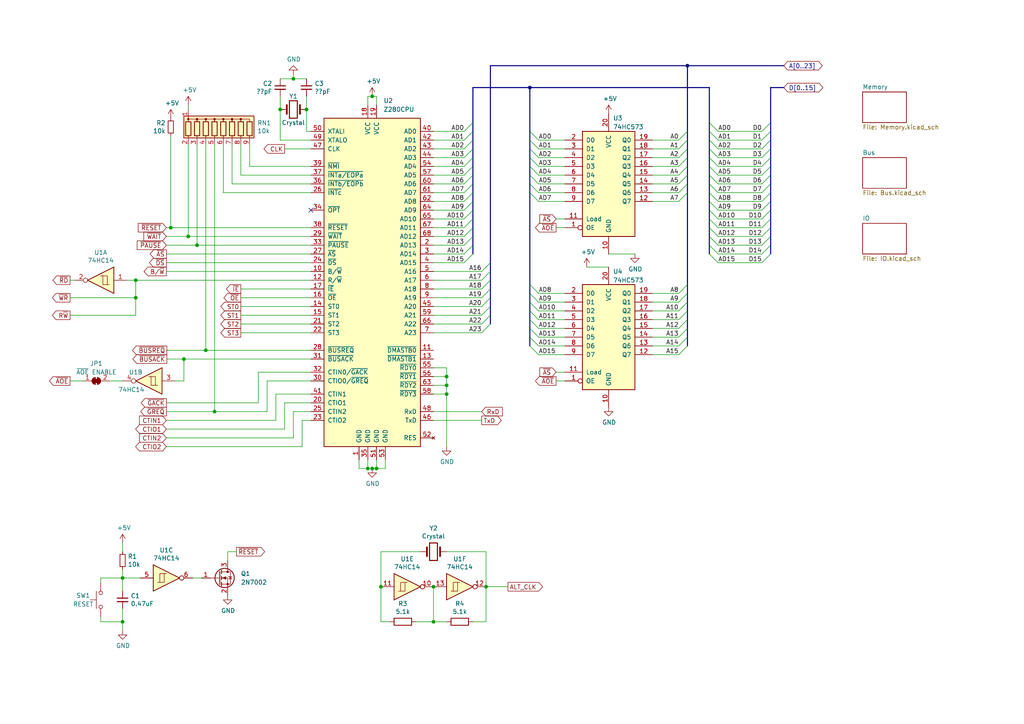
<source format=kicad_sch>
(kicad_sch (version 20211123) (generator eeschema)
  (paper "A4")
  (lib_symbols
    (symbol "74xx:74HC14" (pin_names (offset 1.016))
      (property "Reference" "U" (at 0 1.27 0))
      (property "Value" "74HC14" (at 0 -1.27 0))
      (symbol "74HC14_1_0"
        (pin input line (at -7.62 0 0) (length 3.81) (name "~") (number "1"))
        (pin output inverted (at 7.62 0 180) (length 3.81) (name "~") (number "2"))
      )
      (symbol "74HC14_2_0"
        (pin input line (at -7.62 0 0) (length 3.81) (name "~") (number "3"))
        (pin output inverted (at 7.62 0 180) (length 3.81) (name "~") (number "4"))
      )
      (symbol "74HC14_3_0"
        (pin input line (at -7.62 0 0) (length 3.81) (name "~") (number "5"))
        (pin output inverted (at 7.62 0 180) (length 3.81) (name "~") (number "6"))
      )
      (symbol "74HC14_4_0"
        (pin output inverted (at 7.62 0 180) (length 3.81) (name "~") (number "8"))
        (pin input line (at -7.62 0 0) (length 3.81) (name "~") (number "9"))
      )
      (symbol "74HC14_5_0"
        (pin output inverted (at 7.62 0 180) (length 3.81) (name "~") (number "10"))
        (pin input line (at -7.62 0 0) (length 3.81) (name "~") (number "11"))
      )
      (symbol "74HC14_6_0"
        (pin output inverted (at 7.62 0 180) (length 3.81) (name "~") (number "12"))
        (pin input line (at -7.62 0 0) (length 3.81) (name "~") (number "13"))
      )
      (symbol "74HC14_7_0"
        (pin power_in line (at 0 12.7 270) (length 5.08) (name "VCC") (number "14"))
        (pin power_in line (at 0 -12.7 90) (length 5.08) (name "GND") (number "7"))
      )
    )
    (symbol "74xx:74LS573" (pin_names (offset 1.016))
      (property "Reference" "U" (at -7.62 16.51 0))
      (property "Value" "74LS573" (at -7.62 -16.51 0))
      (symbol "74LS573_1_0"
        (pin input inverted (at -12.7 -12.7 0) (length 5.08) (name "OE") (number "1"))
        (pin power_in line (at 0 -20.32 90) (length 5.08) (name "GND") (number "10"))
        (pin input line (at -12.7 -10.16 0) (length 5.08) (name "Load") (number "11"))
        (pin tri_state line (at 12.7 -5.08 180) (length 5.08) (name "Q7") (number "12"))
        (pin tri_state line (at 12.7 -2.54 180) (length 5.08) (name "Q6") (number "13"))
        (pin tri_state line (at 12.7 0 180) (length 5.08) (name "Q5") (number "14"))
        (pin tri_state line (at 12.7 2.54 180) (length 5.08) (name "Q4") (number "15"))
        (pin tri_state line (at 12.7 5.08 180) (length 5.08) (name "Q3") (number "16"))
        (pin tri_state line (at 12.7 7.62 180) (length 5.08) (name "Q2") (number "17"))
        (pin tri_state line (at 12.7 10.16 180) (length 5.08) (name "Q1") (number "18"))
        (pin tri_state line (at 12.7 12.7 180) (length 5.08) (name "Q0") (number "19"))
        (pin input line (at -12.7 12.7 0) (length 5.08) (name "D0") (number "2"))
        (pin power_in line (at 0 20.32 270) (length 5.08) (name "VCC") (number "20"))
        (pin input line (at -12.7 10.16 0) (length 5.08) (name "D1") (number "3"))
        (pin input line (at -12.7 7.62 0) (length 5.08) (name "D2") (number "4"))
        (pin input line (at -12.7 5.08 0) (length 5.08) (name "D3") (number "5"))
        (pin input line (at -12.7 2.54 0) (length 5.08) (name "D4") (number "6"))
        (pin input line (at -12.7 0 0) (length 5.08) (name "D5") (number "7"))
        (pin input line (at -12.7 -2.54 0) (length 5.08) (name "D6") (number "8"))
        (pin input line (at -12.7 -5.08 0) (length 5.08) (name "D7") (number "9"))
      )
    )
    (symbol "Device:C_Small" (pin_numbers hide) (pin_names (offset 0.254) hide)
      (property "Reference" "C" (at 0.254 1.778 0))
      (property "Value" "C_Small" (at 0.254 -2.032 0))
      (symbol "C_Small_1_1"
        (pin passive line (at 0 2.54 270) (length 2.032) (name "~") (number "1"))
        (pin passive line (at 0 -2.54 90) (length 2.032) (name "~") (number "2"))
      )
    )
    (symbol "Device:Crystal" (pin_numbers hide) (pin_names (offset 1.016) hide)
      (property "Reference" "Y" (at 0 3.81 0))
      (property "Value" "Crystal" (at 0 -3.81 0))
      (symbol "Crystal_1_1"
        (pin passive line (at -3.81 0 0) (length 1.27) (name "1") (number "1"))
        (pin passive line (at 3.81 0 180) (length 1.27) (name "2") (number "2"))
      )
    )
    (symbol "Device:R" (pin_numbers hide) (pin_names (offset 0))
      (property "Reference" "R" (at 2.032 0 90))
      (property "Value" "R" (at 0 0 90))
      (symbol "R_1_1"
        (pin passive line (at 0 3.81 270) (length 1.27) (name "~") (number "1"))
        (pin passive line (at 0 -3.81 90) (length 1.27) (name "~") (number "2"))
      )
    )
    (symbol "Device:R_Network08" (pin_names (offset 0) hide)
      (property "Reference" "RN" (at -12.7 0 90))
      (property "Value" "R_Network08" (at 10.16 0 90))
      (symbol "R_Network08_1_1"
        (pin passive line (at -10.16 5.08 270) (length 2.54) (name "common") (number "1"))
        (pin passive line (at -10.16 -5.08 90) (length 1.27) (name "R1") (number "2"))
        (pin passive line (at -7.62 -5.08 90) (length 1.27) (name "R2") (number "3"))
        (pin passive line (at -5.08 -5.08 90) (length 1.27) (name "R3") (number "4"))
        (pin passive line (at -2.54 -5.08 90) (length 1.27) (name "R4") (number "5"))
        (pin passive line (at 0 -5.08 90) (length 1.27) (name "R5") (number "6"))
        (pin passive line (at 2.54 -5.08 90) (length 1.27) (name "R6") (number "7"))
        (pin passive line (at 5.08 -5.08 90) (length 1.27) (name "R7") (number "8"))
        (pin passive line (at 7.62 -5.08 90) (length 1.27) (name "R8") (number "9"))
      )
    )
    (symbol "Device:R_Small" (pin_numbers hide) (pin_names (offset 0.254) hide)
      (property "Reference" "R" (at 0.762 0.508 0))
      (property "Value" "R_Small" (at 0.762 -1.016 0))
      (symbol "R_Small_1_1"
        (pin passive line (at 0 2.54 270) (length 0.762) (name "~") (number "1"))
        (pin passive line (at 0 -2.54 90) (length 0.762) (name "~") (number "2"))
      )
    )
    (symbol "Jumper:SolderJumper_2_Bridged" (pin_names (offset 0) hide)
      (property "Reference" "JP" (at 0 2.032 0))
      (property "Value" "SolderJumper_2_Bridged" (at 0 -2.54 0))
      (symbol "SolderJumper_2_Bridged_1_1"
        (pin passive line (at -3.81 0 0) (length 2.54) (name "A") (number "1"))
        (pin passive line (at 3.81 0 180) (length 2.54) (name "B") (number "2"))
      )
    )
    (symbol "Switch:SW_Push" (pin_numbers hide) (pin_names (offset 1.016) hide)
      (property "Reference" "SW" (at 1.27 2.54 0))
      (property "Value" "SW_Push" (at 0 -1.524 0))
      (symbol "SW_Push_0_1"
        (pin passive line (at -5.08 0 0) (length 2.54) (name "1") (number "1"))
        (pin passive line (at 5.08 0 180) (length 2.54) (name "2") (number "2"))
      )
    )
    (symbol "Transistor_FET:2N7002" (pin_names hide)
      (property "Reference" "Q" (at 5.08 1.905 0))
      (property "Value" "2N7002" (at 5.08 0 0))
      (symbol "2N7002_1_1"
        (pin input line (at -5.08 0 0) (length 2.54) (name "G") (number "1"))
        (pin passive line (at 2.54 -5.08 90) (length 2.54) (name "S") (number "2"))
        (pin passive line (at 2.54 5.08 270) (length 2.54) (name "D") (number "3"))
      )
    )
    (symbol "Z280:Z280CPU" (pin_names (offset 1.016))
      (property "Reference" "U" (at -13.97 48.26 0))
      (property "Value" "Z280CPU" (at 13.97 48.26 0))
      (symbol "Z280CPU_1_1"
        (pin power_in line (at -3.81 -52.07 90) (length 3.81) (name "GND") (number "1"))
        (pin output line (at -17.78 2.54 0) (length 3.81) (name "B/~{W}") (number "10"))
        (pin output line (at 17.78 -20.32 180) (length 3.81) (name "~{DMASTB0}") (number "11"))
        (pin output line (at -17.78 0 0) (length 3.81) (name "R/~{W}") (number "12"))
        (pin output line (at 17.78 -22.86 180) (length 3.81) (name "~{DMASTB1}") (number "13"))
        (pin output line (at -17.78 -7.62 0) (length 3.81) (name "ST0") (number "14"))
        (pin output line (at -17.78 -10.16 0) (length 3.81) (name "ST1") (number "15"))
        (pin output line (at -17.78 -5.08 0) (length 3.81) (name "~{OE}") (number "16"))
        (pin output line (at -17.78 -2.54 0) (length 3.81) (name "~{IE}") (number "17"))
        (pin power_in line (at -1.27 50.8 270) (length 3.81) (name "VCC") (number "18"))
        (pin power_in line (at 1.27 50.8 270) (length 3.81) (name "VCC") (number "19"))
        (pin bidirectional line (at 17.78 10.16 180) (length 3.81) (name "AD13") (number "2"))
        (pin bidirectional line (at -17.78 -35.56 0) (length 3.81) (name "CTIO1") (number "20"))
        (pin output line (at -17.78 -12.7 0) (length 3.81) (name "ST2") (number "21"))
        (pin output line (at -17.78 -15.24 0) (length 3.81) (name "ST3") (number "22"))
        (pin bidirectional line (at -17.78 -40.64 0) (length 3.81) (name "CTIO2") (number "23"))
        (pin output line (at -17.78 5.08 0) (length 3.81) (name "~{DS}") (number "24"))
        (pin input line (at -17.78 -38.1 0) (length 3.81) (name "CTIN2") (number "25"))
        (pin input line (at -17.78 25.4 0) (length 3.81) (name "~{INTc}") (number "26"))
        (pin output line (at -17.78 7.62 0) (length 3.81) (name "~{AS}") (number "27"))
        (pin input line (at -17.78 -20.32 0) (length 3.81) (name "~{BUSREQ}") (number "28"))
        (pin input line (at -17.78 12.7 0) (length 3.81) (name "~{WAIT}") (number "29"))
        (pin bidirectional line (at 17.78 7.62 180) (length 3.81) (name "AD14") (number "3"))
        (pin bidirectional line (at -17.78 -29.21 0) (length 3.81) (name "CTIO0/~{GREQ}") (number "30"))
        (pin output line (at -17.78 -22.86 0) (length 3.81) (name "~{BUSACK}") (number "31"))
        (pin input line (at -17.78 -26.67 0) (length 3.81) (name "CTIN0/~{GACK}") (number "32"))
        (pin input line (at -17.78 10.16 0) (length 3.81) (name "~{PAUSE}") (number "33"))
        (pin input line (at -17.78 20.32 0) (length 3.81) (name "~{OPT}") (number "34"))
        (pin power_in line (at -1.27 -52.07 90) (length 3.81) (name "GND") (number "35"))
        (pin input line (at -17.78 27.94 0) (length 3.81) (name "~{INTb/EOPb}") (number "36"))
        (pin input line (at -17.78 30.48 0) (length 3.81) (name "~{INTa/EOPa}") (number "37"))
        (pin input line (at -17.78 15.24 0) (length 3.81) (name "~{RESET}") (number "38"))
        (pin input line (at -17.78 33.02 0) (length 3.81) (name "~{NMI}") (number "39"))
        (pin bidirectional line (at 17.78 5.08 180) (length 3.81) (name "AD15") (number "4"))
        (pin bidirectional line (at 17.78 43.18 180) (length 3.81) (name "AD0") (number "40"))
        (pin input line (at -17.78 -33.02 0) (length 3.81) (name "CTIN1") (number "41"))
        (pin bidirectional line (at 17.78 40.64 180) (length 3.81) (name "AD1") (number "42"))
        (pin bidirectional line (at 17.78 38.1 180) (length 3.81) (name "AD2") (number "43"))
        (pin bidirectional line (at 17.78 35.56 180) (length 3.81) (name "AD3") (number "44"))
        (pin output line (at 17.78 -7.62 180) (length 3.81) (name "A20") (number "45"))
        (pin output line (at 17.78 -40.64 180) (length 3.81) (name "TxD") (number "46"))
        (pin output line (at -17.78 38.1 0) (length 3.81) (name "CLK") (number "47"))
        (pin input line (at 17.78 -38.1 180) (length 3.81) (name "RxD") (number "48"))
        (pin output line (at -17.78 40.64 0) (length 3.81) (name "XTALO") (number "49"))
        (pin output line (at 17.78 2.54 180) (length 3.81) (name "A16") (number "5"))
        (pin input line (at -17.78 43.18 0) (length 3.81) (name "XTALI") (number "50"))
        (pin power_in line (at 1.27 -52.07 90) (length 3.81) (name "GND") (number "51"))
        (pin no_connect line (at 17.78 -45.72 180) (length 3.81) (name "RES") (number "52"))
        (pin power_in line (at 3.81 -52.07 90) (length 3.81) (name "GND") (number "53"))
        (pin bidirectional line (at 17.78 33.02 180) (length 3.81) (name "AD4") (number "54"))
        (pin input line (at 17.78 -25.4 180) (length 3.81) (name "~{RDY0}") (number "55"))
        (pin input line (at 17.78 -27.94 180) (length 3.81) (name "~{RDY1}") (number "56"))
        (pin bidirectional line (at 17.78 30.48 180) (length 3.81) (name "AD5") (number "57"))
        (pin input line (at 17.78 -33.02 180) (length 3.81) (name "~{RDY3}") (number "58"))
        (pin output line (at 17.78 -10.16 180) (length 3.81) (name "A21") (number "59"))
        (pin output line (at 17.78 0 180) (length 3.81) (name "A17") (number "6"))
        (pin bidirectional line (at 17.78 27.94 180) (length 3.81) (name "AD6") (number "60"))
        (pin bidirectional line (at 17.78 25.4 180) (length 3.81) (name "AD7") (number "61"))
        (pin bidirectional line (at 17.78 22.86 180) (length 3.81) (name "AD8") (number "62"))
        (pin input line (at 17.78 -30.48 180) (length 3.81) (name "~{RDY2}") (number "63"))
        (pin bidirectional line (at 17.78 20.32 180) (length 3.81) (name "AD9") (number "64"))
        (pin bidirectional line (at 17.78 17.78 180) (length 3.81) (name "AD10") (number "65"))
        (pin output line (at 17.78 -12.7 180) (length 3.81) (name "A22") (number "66"))
        (pin bidirectional line (at 17.78 15.24 180) (length 3.81) (name "AD11") (number "67"))
        (pin bidirectional line (at 17.78 12.7 180) (length 3.81) (name "AD12") (number "68"))
        (pin output line (at 17.78 -15.24 180) (length 3.81) (name "A23") (number "7"))
        (pin output line (at 17.78 -2.54 180) (length 3.81) (name "A18") (number "8"))
        (pin output line (at 17.78 -5.08 180) (length 3.81) (name "A19") (number "9"))
      )
    )
    (symbol "power:+5V" (power) (pin_names (offset 0))
      (property "Value" "+5V" (at 0 3.556 0))
      (symbol "+5V_1_1"
        (pin power_in line (at 0 0 90) (length 0) hide (name "+5V") (number "1"))
      )
    )
    (symbol "power:GND" (power) (pin_names (offset 0))
      (property "Value" "GND" (at 0 -3.81 0))
      (symbol "GND_1_1"
        (pin power_in line (at 0 0 270) (length 0) hide (name "GND") (number "1"))
      )
    )
  )
  (junction (at 81.28 31.75))
  (junction (at 35.56 167.64))
  (junction (at 199.39 19.05))
  (junction (at 129.54 111.76))
  (junction (at 35.56 180.34))
  (junction (at 62.23 119.38))
  (junction (at 109.22 135.89))
  (junction (at 49.53 66.04))
  (junction (at 39.37 86.36))
  (junction (at 88.9 31.75))
  (junction (at 59.69 101.6))
  (junction (at 106.68 135.89))
  (junction (at 110.49 170.18))
  (junction (at 53.34 104.14))
  (junction (at 107.95 135.89))
  (junction (at 39.37 81.28))
  (junction (at 54.61 68.58))
  (junction (at 125.73 170.18))
  (junction (at 140.97 170.18))
  (junction (at 85.09 22.86))
  (junction (at 125.73 180.34))
  (junction (at 129.54 109.22))
  (junction (at 57.15 71.12))
  (junction (at 107.95 27.94))
  (junction (at 129.54 114.3))
  (junction (at 153.67 25.4))
  (no_connect (at 90.17 60.96))
  (bus_entry (at 139.7 86.36) (size 2.54 -2.54))
  (bus_entry (at 196.85 92.71) (size 2.54 -2.54))
  (bus_entry (at 156.21 50.8) (size -2.54 -2.54))
  (bus_entry (at 156.21 102.87) (size -2.54 -2.54))
  (bus_entry (at 220.98 38.1) (size 2.54 -2.54))
  (bus_entry (at 196.85 48.26) (size 2.54 -2.54))
  (bus_entry (at 196.85 87.63) (size 2.54 -2.54))
  (bus_entry (at 134.62 76.2) (size 2.54 -2.54))
  (bus_entry (at 220.98 63.5) (size 2.54 -2.54))
  (bus_entry (at 220.98 50.8) (size 2.54 -2.54))
  (bus_entry (at 208.28 71.12) (size -2.54 -2.54))
  (bus_entry (at 156.21 100.33) (size -2.54 -2.54))
  (bus_entry (at 196.85 40.64) (size 2.54 -2.54))
  (bus_entry (at 134.62 71.12) (size 2.54 -2.54))
  (bus_entry (at 196.85 97.79) (size 2.54 -2.54))
  (bus_entry (at 208.28 50.8) (size -2.54 -2.54))
  (bus_entry (at 208.28 73.66) (size -2.54 -2.54))
  (bus_entry (at 156.21 55.88) (size -2.54 -2.54))
  (bus_entry (at 134.62 66.04) (size 2.54 -2.54))
  (bus_entry (at 208.28 76.2) (size -2.54 -2.54))
  (bus_entry (at 220.98 48.26) (size 2.54 -2.54))
  (bus_entry (at 220.98 68.58) (size 2.54 -2.54))
  (bus_entry (at 134.62 45.72) (size 2.54 -2.54))
  (bus_entry (at 208.28 60.96) (size -2.54 -2.54))
  (bus_entry (at 220.98 58.42) (size 2.54 -2.54))
  (bus_entry (at 134.62 60.96) (size 2.54 -2.54))
  (bus_entry (at 134.62 73.66) (size 2.54 -2.54))
  (bus_entry (at 220.98 45.72) (size 2.54 -2.54))
  (bus_entry (at 134.62 68.58) (size 2.54 -2.54))
  (bus_entry (at 208.28 48.26) (size -2.54 -2.54))
  (bus_entry (at 208.28 45.72) (size -2.54 -2.54))
  (bus_entry (at 196.85 50.8) (size 2.54 -2.54))
  (bus_entry (at 139.7 88.9) (size 2.54 -2.54))
  (bus_entry (at 156.21 58.42) (size -2.54 -2.54))
  (bus_entry (at 139.7 83.82) (size 2.54 -2.54))
  (bus_entry (at 220.98 55.88) (size 2.54 -2.54))
  (bus_entry (at 208.28 40.64) (size -2.54 -2.54))
  (bus_entry (at 196.85 58.42) (size 2.54 -2.54))
  (bus_entry (at 196.85 85.09) (size 2.54 -2.54))
  (bus_entry (at 134.62 53.34) (size 2.54 -2.54))
  (bus_entry (at 220.98 73.66) (size 2.54 -2.54))
  (bus_entry (at 134.62 58.42) (size 2.54 -2.54))
  (bus_entry (at 156.21 92.71) (size -2.54 -2.54))
  (bus_entry (at 156.21 97.79) (size -2.54 -2.54))
  (bus_entry (at 139.7 91.44) (size 2.54 -2.54))
  (bus_entry (at 139.7 81.28) (size 2.54 -2.54))
  (bus_entry (at 196.85 55.88) (size 2.54 -2.54))
  (bus_entry (at 156.21 90.17) (size -2.54 -2.54))
  (bus_entry (at 220.98 60.96) (size 2.54 -2.54))
  (bus_entry (at 196.85 100.33) (size 2.54 -2.54))
  (bus_entry (at 134.62 63.5) (size 2.54 -2.54))
  (bus_entry (at 196.85 102.87) (size 2.54 -2.54))
  (bus_entry (at 196.85 90.17) (size 2.54 -2.54))
  (bus_entry (at 134.62 50.8) (size 2.54 -2.54))
  (bus_entry (at 134.62 55.88) (size 2.54 -2.54))
  (bus_entry (at 134.62 43.18) (size 2.54 -2.54))
  (bus_entry (at 220.98 66.04) (size 2.54 -2.54))
  (bus_entry (at 156.21 87.63) (size -2.54 -2.54))
  (bus_entry (at 139.7 78.74) (size 2.54 -2.54))
  (bus_entry (at 156.21 53.34) (size -2.54 -2.54))
  (bus_entry (at 156.21 40.64) (size -2.54 -2.54))
  (bus_entry (at 196.85 95.25) (size 2.54 -2.54))
  (bus_entry (at 139.7 93.98) (size 2.54 -2.54))
  (bus_entry (at 220.98 76.2) (size 2.54 -2.54))
  (bus_entry (at 156.21 43.18) (size -2.54 -2.54))
  (bus_entry (at 208.28 43.18) (size -2.54 -2.54))
  (bus_entry (at 208.28 55.88) (size -2.54 -2.54))
  (bus_entry (at 134.62 38.1) (size 2.54 -2.54))
  (bus_entry (at 156.21 48.26) (size -2.54 -2.54))
  (bus_entry (at 134.62 48.26) (size 2.54 -2.54))
  (bus_entry (at 196.85 53.34) (size 2.54 -2.54))
  (bus_entry (at 208.28 38.1) (size -2.54 -2.54))
  (bus_entry (at 220.98 43.18) (size 2.54 -2.54))
  (bus_entry (at 156.21 45.72) (size -2.54 -2.54))
  (bus_entry (at 134.62 40.64) (size 2.54 -2.54))
  (bus_entry (at 208.28 68.58) (size -2.54 -2.54))
  (bus_entry (at 139.7 96.52) (size 2.54 -2.54))
  (bus_entry (at 196.85 45.72) (size 2.54 -2.54))
  (bus_entry (at 208.28 66.04) (size -2.54 -2.54))
  (bus_entry (at 220.98 40.64) (size 2.54 -2.54))
  (bus_entry (at 208.28 58.42) (size -2.54 -2.54))
  (bus_entry (at 220.98 71.12) (size 2.54 -2.54))
  (bus_entry (at 156.21 95.25) (size -2.54 -2.54))
  (bus_entry (at 208.28 53.34) (size -2.54 -2.54))
  (bus_entry (at 196.85 43.18) (size 2.54 -2.54))
  (bus_entry (at 208.28 63.5) (size -2.54 -2.54))
  (bus_entry (at 220.98 53.34) (size 2.54 -2.54))
  (bus_entry (at 156.21 85.09) (size -2.54 -2.54))
  (wire (pts (xy 156.21 45.72) (xy 163.83 45.72)))
  (wire (pts (xy 189.23 92.71) (xy 196.85 92.71)))
  (wire (pts (xy 125.73 53.34) (xy 134.62 53.34)))
  (wire (pts (xy 35.56 167.64) (xy 35.56 171.45)))
  (bus (pts (xy 205.74 55.88) (xy 205.74 58.42)))
  (wire (pts (xy 88.9 38.1) (xy 90.17 38.1)))
  (bus (pts (xy 137.16 48.26) (xy 137.16 50.8)))
  (wire (pts (xy 125.73 45.72) (xy 134.62 45.72)))
  (wire (pts (xy 161.29 66.04) (xy 163.83 66.04)))
  (bus (pts (xy 153.67 48.26) (xy 153.67 50.8)))
  (wire (pts (xy 88.9 27.94) (xy 88.9 31.75)))
  (bus (pts (xy 223.52 71.12) (xy 223.52 73.66)))
  (wire (pts (xy 106.68 133.35) (xy 106.68 135.89)))
  (wire (pts (xy 35.56 157.48) (xy 35.56 160.02)))
  (wire (pts (xy 31.75 110.49) (xy 35.56 110.49)))
  (bus (pts (xy 199.39 95.25) (xy 199.39 97.79)))
  (bus (pts (xy 223.52 25.4) (xy 223.52 35.56)))
  (wire (pts (xy 176.53 73.66) (xy 184.15 73.66)))
  (wire (pts (xy 137.16 180.34) (xy 140.97 180.34)))
  (wire (pts (xy 125.73 60.96) (xy 134.62 60.96)))
  (bus (pts (xy 153.67 53.34) (xy 153.67 55.88)))
  (wire (pts (xy 125.73 48.26) (xy 134.62 48.26)))
  (bus (pts (xy 223.52 58.42) (xy 223.52 60.96)))
  (wire (pts (xy 125.73 68.58) (xy 134.62 68.58)))
  (wire (pts (xy 109.22 27.94) (xy 107.95 27.94)))
  (wire (pts (xy 35.56 176.53) (xy 35.56 180.34)))
  (bus (pts (xy 137.16 50.8) (xy 137.16 53.34)))
  (bus (pts (xy 223.52 50.8) (xy 223.52 53.34)))
  (wire (pts (xy 106.68 135.89) (xy 107.95 135.89)))
  (wire (pts (xy 208.28 66.04) (xy 220.98 66.04)))
  (wire (pts (xy 77.47 119.38) (xy 77.47 110.49)))
  (wire (pts (xy 53.34 104.14) (xy 53.34 110.49)))
  (wire (pts (xy 88.9 31.75) (xy 88.9 38.1)))
  (wire (pts (xy 109.22 133.35) (xy 109.22 135.89)))
  (wire (pts (xy 104.14 135.89) (xy 106.68 135.89)))
  (wire (pts (xy 67.31 53.34) (xy 67.31 41.91)))
  (bus (pts (xy 137.16 66.04) (xy 137.16 68.58)))
  (wire (pts (xy 125.73 96.52) (xy 139.7 96.52)))
  (bus (pts (xy 142.24 91.44) (xy 142.24 93.98)))
  (wire (pts (xy 29.21 179.07) (xy 29.21 180.34)))
  (wire (pts (xy 39.37 81.28) (xy 36.83 81.28)))
  (wire (pts (xy 66.04 160.02) (xy 68.58 160.02)))
  (wire (pts (xy 125.73 76.2) (xy 134.62 76.2)))
  (bus (pts (xy 153.67 90.17) (xy 153.67 92.71)))
  (bus (pts (xy 223.52 68.58) (xy 223.52 71.12)))
  (wire (pts (xy 106.68 27.94) (xy 107.95 27.94)))
  (bus (pts (xy 137.16 40.64) (xy 137.16 43.18)))
  (wire (pts (xy 50.8 110.49) (xy 53.34 110.49)))
  (bus (pts (xy 199.39 38.1) (xy 199.39 40.64)))
  (wire (pts (xy 48.4036 104.14) (xy 53.34 104.14)))
  (wire (pts (xy 35.56 182.88) (xy 35.56 180.34)))
  (wire (pts (xy 54.61 41.91) (xy 54.61 68.58)))
  (wire (pts (xy 125.73 180.34) (xy 129.54 180.34)))
  (wire (pts (xy 208.28 73.66) (xy 220.98 73.66)))
  (wire (pts (xy 69.85 91.44) (xy 90.17 91.44)))
  (wire (pts (xy 69.85 93.98) (xy 90.17 93.98)))
  (wire (pts (xy 156.21 53.34) (xy 163.83 53.34)))
  (wire (pts (xy 189.23 87.63) (xy 196.85 87.63)))
  (wire (pts (xy 109.22 30.48) (xy 109.22 27.94)))
  (bus (pts (xy 137.16 38.1) (xy 137.16 40.64)))
  (bus (pts (xy 137.16 71.12) (xy 137.16 73.66)))
  (wire (pts (xy 104.14 133.35) (xy 104.14 135.89)))
  (wire (pts (xy 161.29 107.95) (xy 163.83 107.95)))
  (bus (pts (xy 205.74 68.58) (xy 205.74 71.12)))
  (bus (pts (xy 199.39 85.09) (xy 199.39 87.63)))
  (wire (pts (xy 66.04 160.02) (xy 66.04 162.56)))
  (wire (pts (xy 140.97 180.34) (xy 140.97 170.18)))
  (bus (pts (xy 142.24 86.36) (xy 142.24 88.9)))
  (wire (pts (xy 125.73 121.92) (xy 139.7 121.92)))
  (wire (pts (xy 125.73 114.3) (xy 129.54 114.3)))
  (bus (pts (xy 199.39 87.63) (xy 199.39 90.17)))
  (wire (pts (xy 74.93 107.95) (xy 90.17 107.95)))
  (wire (pts (xy 125.73 55.88) (xy 134.62 55.88)))
  (wire (pts (xy 129.54 106.68) (xy 129.54 109.22)))
  (wire (pts (xy 156.21 87.63) (xy 163.83 87.63)))
  (bus (pts (xy 205.74 50.8) (xy 205.74 53.34)))
  (bus (pts (xy 142.24 81.28) (xy 142.24 83.82)))
  (bus (pts (xy 137.16 53.34) (xy 137.16 55.88)))
  (bus (pts (xy 223.52 43.18) (xy 223.52 45.72)))
  (wire (pts (xy 121.92 160.02) (xy 110.49 160.02)))
  (wire (pts (xy 125.73 119.38) (xy 139.7 119.38)))
  (wire (pts (xy 69.85 83.82) (xy 90.17 83.82)))
  (wire (pts (xy 48.26 78.74) (xy 90.17 78.74)))
  (bus (pts (xy 142.24 78.74) (xy 142.24 81.28)))
  (wire (pts (xy 125.73 43.18) (xy 134.62 43.18)))
  (wire (pts (xy 58.42 167.64) (xy 55.88 167.64)))
  (wire (pts (xy 125.73 38.1) (xy 134.62 38.1)))
  (wire (pts (xy 196.85 55.88) (xy 189.23 55.88)))
  (wire (pts (xy 125.73 78.74) (xy 139.7 78.74)))
  (bus (pts (xy 142.24 76.2) (xy 142.24 78.74)))
  (wire (pts (xy 69.85 50.8) (xy 69.85 41.91)))
  (wire (pts (xy 49.53 66.04) (xy 90.17 66.04)))
  (wire (pts (xy 54.61 31.75) (xy 54.61 30.48)))
  (wire (pts (xy 48.26 121.92) (xy 80.01 121.92)))
  (wire (pts (xy 29.21 168.91) (xy 29.21 167.64)))
  (bus (pts (xy 223.52 38.1) (xy 223.52 40.64)))
  (wire (pts (xy 82.55 116.84) (xy 90.17 116.84)))
  (bus (pts (xy 223.52 63.5) (xy 223.52 66.04)))
  (wire (pts (xy 85.09 127) (xy 85.09 119.38)))
  (wire (pts (xy 109.22 135.89) (xy 107.95 135.89)))
  (bus (pts (xy 199.39 48.26) (xy 199.39 50.8)))
  (wire (pts (xy 125.73 88.9) (xy 139.7 88.9)))
  (bus (pts (xy 153.67 85.09) (xy 153.67 87.63)))
  (wire (pts (xy 120.65 180.34) (xy 125.73 180.34)))
  (bus (pts (xy 223.52 45.72) (xy 223.52 48.26)))
  (bus (pts (xy 199.39 53.34) (xy 199.39 55.88)))
  (wire (pts (xy 90.17 48.26) (xy 72.39 48.26)))
  (wire (pts (xy 62.23 41.91) (xy 62.23 119.38)))
  (wire (pts (xy 125.73 93.98) (xy 139.7 93.98)))
  (wire (pts (xy 208.28 76.2) (xy 220.98 76.2)))
  (wire (pts (xy 125.73 40.64) (xy 134.62 40.64)))
  (bus (pts (xy 223.52 53.34) (xy 223.52 55.88)))
  (wire (pts (xy 54.61 68.58) (xy 90.17 68.58)))
  (wire (pts (xy 189.23 85.09) (xy 196.85 85.09)))
  (bus (pts (xy 153.67 43.18) (xy 153.67 45.72)))
  (wire (pts (xy 156.21 55.88) (xy 163.83 55.88)))
  (wire (pts (xy 196.85 53.34) (xy 189.23 53.34)))
  (wire (pts (xy 48.26 127) (xy 85.09 127)))
  (bus (pts (xy 137.16 43.18) (xy 137.16 45.72)))
  (wire (pts (xy 90.17 53.34) (xy 67.31 53.34)))
  (wire (pts (xy 110.49 170.18) (xy 110.49 180.34)))
  (bus (pts (xy 205.74 66.04) (xy 205.74 68.58)))
  (bus (pts (xy 153.67 38.1) (xy 153.67 40.64)))
  (wire (pts (xy 125.73 63.5) (xy 134.62 63.5)))
  (wire (pts (xy 57.15 71.12) (xy 90.17 71.12)))
  (wire (pts (xy 80.01 121.92) (xy 80.01 114.3)))
  (bus (pts (xy 205.74 48.26) (xy 205.74 50.8)))
  (bus (pts (xy 227.33 25.4) (xy 223.52 25.4)))
  (wire (pts (xy 156.21 85.09) (xy 163.83 85.09)))
  (bus (pts (xy 205.74 45.72) (xy 205.74 48.26)))
  (wire (pts (xy 74.93 116.84) (xy 74.93 107.95)))
  (wire (pts (xy 48.26 68.58) (xy 54.61 68.58)))
  (wire (pts (xy 85.09 22.86) (xy 88.9 22.86)))
  (wire (pts (xy 64.77 55.88) (xy 64.77 41.91)))
  (wire (pts (xy 208.28 68.58) (xy 220.98 68.58)))
  (wire (pts (xy 189.23 95.25) (xy 196.85 95.25)))
  (bus (pts (xy 223.52 55.88) (xy 223.52 58.42)))
  (bus (pts (xy 205.74 35.56) (xy 205.74 38.1)))
  (bus (pts (xy 223.52 35.56) (xy 223.52 38.1)))
  (wire (pts (xy 125.73 91.44) (xy 139.7 91.44)))
  (wire (pts (xy 208.28 43.18) (xy 220.98 43.18)))
  (bus (pts (xy 153.67 25.4) (xy 205.74 25.4)))
  (wire (pts (xy 110.49 180.34) (xy 113.03 180.34)))
  (wire (pts (xy 161.29 63.5) (xy 163.83 63.5)))
  (wire (pts (xy 125.73 50.8) (xy 134.62 50.8)))
  (wire (pts (xy 81.28 31.75) (xy 81.28 40.64)))
  (bus (pts (xy 153.67 82.55) (xy 153.67 85.09)))
  (wire (pts (xy 156.21 97.79) (xy 163.83 97.79)))
  (bus (pts (xy 205.74 53.34) (xy 205.74 55.88)))
  (wire (pts (xy 196.85 48.26) (xy 189.23 48.26)))
  (wire (pts (xy 125.73 83.82) (xy 139.7 83.82)))
  (bus (pts (xy 153.67 95.25) (xy 153.67 97.79)))
  (wire (pts (xy 156.21 100.33) (xy 163.83 100.33)))
  (wire (pts (xy 156.21 58.42) (xy 163.83 58.42)))
  (wire (pts (xy 53.34 104.14) (xy 90.17 104.14)))
  (wire (pts (xy 21.59 81.28) (xy 20.32 81.28)))
  (bus (pts (xy 137.16 55.88) (xy 137.16 58.42)))
  (wire (pts (xy 208.28 50.8) (xy 220.98 50.8)))
  (wire (pts (xy 196.85 50.8) (xy 189.23 50.8)))
  (wire (pts (xy 20.32 91.44) (xy 39.37 91.44)))
  (wire (pts (xy 156.21 92.71) (xy 163.83 92.71)))
  (wire (pts (xy 208.28 40.64) (xy 220.98 40.64)))
  (bus (pts (xy 142.24 88.9) (xy 142.24 91.44)))
  (wire (pts (xy 29.21 167.64) (xy 35.56 167.64)))
  (wire (pts (xy 140.97 160.02) (xy 129.54 160.02)))
  (bus (pts (xy 199.39 19.05) (xy 199.39 38.1)))
  (wire (pts (xy 196.85 45.72) (xy 189.23 45.72)))
  (bus (pts (xy 205.74 71.12) (xy 205.74 73.66)))
  (wire (pts (xy 156.21 102.87) (xy 163.83 102.87)))
  (wire (pts (xy 125.73 71.12) (xy 134.62 71.12)))
  (wire (pts (xy 208.28 55.88) (xy 220.98 55.88)))
  (wire (pts (xy 77.47 110.49) (xy 90.17 110.49)))
  (wire (pts (xy 156.21 48.26) (xy 163.83 48.26)))
  (wire (pts (xy 161.29 110.49) (xy 163.83 110.49)))
  (wire (pts (xy 20.32 110.49) (xy 24.13 110.49)))
  (wire (pts (xy 208.28 38.1) (xy 220.98 38.1)))
  (wire (pts (xy 85.09 21.59) (xy 85.09 22.86)))
  (wire (pts (xy 125.73 58.42) (xy 134.62 58.42)))
  (wire (pts (xy 196.85 40.64) (xy 189.23 40.64)))
  (wire (pts (xy 62.23 119.38) (xy 77.47 119.38)))
  (wire (pts (xy 29.21 180.34) (xy 35.56 180.34)))
  (wire (pts (xy 48.26 73.66) (xy 90.17 73.66)))
  (wire (pts (xy 48.26 116.84) (xy 74.93 116.84)))
  (wire (pts (xy 90.17 50.8) (xy 69.85 50.8)))
  (wire (pts (xy 81.28 22.86) (xy 85.09 22.86)))
  (wire (pts (xy 39.37 81.28) (xy 39.37 86.36)))
  (bus (pts (xy 153.67 45.72) (xy 153.67 48.26)))
  (bus (pts (xy 153.67 97.79) (xy 153.67 100.33)))
  (wire (pts (xy 82.55 43.18) (xy 90.17 43.18)))
  (bus (pts (xy 137.16 68.58) (xy 137.16 71.12)))
  (wire (pts (xy 125.73 66.04) (xy 134.62 66.04)))
  (wire (pts (xy 208.28 45.72) (xy 220.98 45.72)))
  (bus (pts (xy 199.39 19.05) (xy 227.33 19.05)))
  (bus (pts (xy 153.67 50.8) (xy 153.67 53.34)))
  (wire (pts (xy 189.23 102.87) (xy 196.85 102.87)))
  (bus (pts (xy 205.74 38.1) (xy 205.74 40.64)))
  (wire (pts (xy 87.63 129.54) (xy 87.63 121.92)))
  (wire (pts (xy 48.26 124.46) (xy 82.55 124.46)))
  (wire (pts (xy 48.26 129.54) (xy 87.63 129.54)))
  (bus (pts (xy 153.67 40.64) (xy 153.67 43.18)))
  (wire (pts (xy 208.28 71.12) (xy 220.98 71.12)))
  (bus (pts (xy 137.16 35.56) (xy 137.16 38.1)))
  (wire (pts (xy 39.37 81.28) (xy 90.17 81.28)))
  (bus (pts (xy 153.67 25.4) (xy 153.67 38.1)))
  (wire (pts (xy 48.26 76.2) (xy 90.17 76.2)))
  (bus (pts (xy 137.16 63.5) (xy 137.16 66.04)))
  (wire (pts (xy 208.28 53.34) (xy 220.98 53.34)))
  (wire (pts (xy 125.73 86.36) (xy 139.7 86.36)))
  (bus (pts (xy 137.16 60.96) (xy 137.16 63.5)))
  (wire (pts (xy 208.28 60.96) (xy 220.98 60.96)))
  (wire (pts (xy 35.56 167.64) (xy 35.56 165.1)))
  (wire (pts (xy 80.01 114.3) (xy 90.17 114.3)))
  (wire (pts (xy 59.69 101.6) (xy 90.17 101.6)))
  (bus (pts (xy 205.74 63.5) (xy 205.74 66.04)))
  (wire (pts (xy 156.21 90.17) (xy 163.83 90.17)))
  (wire (pts (xy 49.53 39.37) (xy 49.53 66.04)))
  (wire (pts (xy 156.21 50.8) (xy 163.83 50.8)))
  (bus (pts (xy 199.39 55.88) (xy 199.39 82.55)))
  (wire (pts (xy 156.21 43.18) (xy 163.83 43.18)))
  (wire (pts (xy 72.39 48.26) (xy 72.39 41.91)))
  (wire (pts (xy 48.26 66.04) (xy 49.53 66.04)))
  (wire (pts (xy 129.54 114.3) (xy 129.54 129.54)))
  (wire (pts (xy 140.97 170.18) (xy 147.32 170.18)))
  (wire (pts (xy 196.85 58.42) (xy 189.23 58.42)))
  (wire (pts (xy 140.97 170.18) (xy 140.97 160.02)))
  (wire (pts (xy 39.37 86.36) (xy 39.37 91.44)))
  (wire (pts (xy 189.23 97.79) (xy 196.85 97.79)))
  (bus (pts (xy 199.39 92.71) (xy 199.39 95.25)))
  (bus (pts (xy 142.24 19.05) (xy 199.39 19.05)))
  (wire (pts (xy 106.68 30.48) (xy 106.68 27.94)))
  (wire (pts (xy 189.23 100.33) (xy 196.85 100.33)))
  (bus (pts (xy 223.52 60.96) (xy 223.52 63.5)))
  (bus (pts (xy 153.67 87.63) (xy 153.67 90.17)))
  (wire (pts (xy 40.64 167.64) (xy 35.56 167.64)))
  (wire (pts (xy 129.54 111.76) (xy 129.54 114.3)))
  (bus (pts (xy 137.16 25.4) (xy 153.67 25.4)))
  (wire (pts (xy 48.4036 101.6) (xy 59.69 101.6)))
  (bus (pts (xy 137.16 25.4) (xy 137.16 35.56)))
  (bus (pts (xy 223.52 66.04) (xy 223.52 68.58)))
  (bus (pts (xy 137.16 58.42) (xy 137.16 60.96)))
  (bus (pts (xy 199.39 90.17) (xy 199.39 92.71)))
  (wire (pts (xy 90.17 55.88) (xy 64.77 55.88)))
  (wire (pts (xy 69.85 96.52) (xy 90.17 96.52)))
  (wire (pts (xy 57.15 41.91) (xy 57.15 71.12)))
  (bus (pts (xy 205.74 40.64) (xy 205.74 43.18)))
  (wire (pts (xy 196.85 43.18) (xy 189.23 43.18)))
  (wire (pts (xy 81.28 40.64) (xy 90.17 40.64)))
  (wire (pts (xy 125.73 180.34) (xy 125.73 170.18)))
  (bus (pts (xy 199.39 43.18) (xy 199.39 45.72)))
  (wire (pts (xy 59.69 41.91) (xy 59.69 101.6)))
  (bus (pts (xy 199.39 82.55) (xy 199.39 85.09)))
  (bus (pts (xy 205.74 43.18) (xy 205.74 45.72)))
  (wire (pts (xy 69.85 88.9) (xy 90.17 88.9)))
  (bus (pts (xy 223.52 48.26) (xy 223.52 50.8)))
  (wire (pts (xy 82.55 124.46) (xy 82.55 116.84)))
  (bus (pts (xy 205.74 58.42) (xy 205.74 60.96)))
  (wire (pts (xy 111.76 133.35) (xy 111.76 135.89)))
  (bus (pts (xy 137.16 45.72) (xy 137.16 48.26)))
  (wire (pts (xy 189.23 90.17) (xy 196.85 90.17)))
  (bus (pts (xy 223.52 40.64) (xy 223.52 43.18)))
  (wire (pts (xy 48.26 71.12) (xy 57.15 71.12)))
  (wire (pts (xy 125.73 73.66) (xy 134.62 73.66)))
  (bus (pts (xy 142.24 83.82) (xy 142.24 86.36)))
  (wire (pts (xy 170.18 77.47) (xy 176.53 77.47)))
  (wire (pts (xy 125.73 106.68) (xy 129.54 106.68)))
  (bus (pts (xy 199.39 50.8) (xy 199.39 53.34)))
  (wire (pts (xy 87.63 121.92) (xy 90.17 121.92)))
  (bus (pts (xy 205.74 25.4) (xy 205.74 35.56)))
  (bus (pts (xy 199.39 45.72) (xy 199.39 48.26)))
  (bus (pts (xy 153.67 92.71) (xy 153.67 95.25)))
  (wire (pts (xy 156.21 40.64) (xy 163.83 40.64)))
  (wire (pts (xy 125.73 81.28) (xy 139.7 81.28)))
  (wire (pts (xy 48.26 119.38) (xy 62.23 119.38)))
  (wire (pts (xy 81.28 27.94) (xy 81.28 31.75)))
  (wire (pts (xy 156.21 95.25) (xy 163.83 95.25)))
  (bus (pts (xy 205.74 60.96) (xy 205.74 63.5)))
  (bus (pts (xy 153.67 55.88) (xy 153.67 82.55)))
  (bus (pts (xy 199.39 40.64) (xy 199.39 43.18)))
  (bus (pts (xy 142.24 19.05) (xy 142.24 76.2)))
  (wire (pts (xy 85.09 119.38) (xy 90.17 119.38)))
  (wire (pts (xy 110.49 160.02) (xy 110.49 170.18)))
  (wire (pts (xy 129.54 109.22) (xy 129.54 111.76)))
  (bus (pts (xy 199.39 97.79) (xy 199.39 100.33)))
  (wire (pts (xy 208.28 63.5) (xy 220.98 63.5)))
  (wire (pts (xy 125.73 111.76) (xy 129.54 111.76)))
  (wire (pts (xy 39.37 86.36) (xy 20.32 86.36)))
  (wire (pts (xy 69.85 86.36) (xy 90.17 86.36)))
  (wire (pts (xy 125.73 109.22) (xy 129.54 109.22)))
  (wire (pts (xy 208.28 48.26) (xy 220.98 48.26)))
  (wire (pts (xy 208.28 58.42) (xy 220.98 58.42)))
  (wire (pts (xy 111.76 135.89) (xy 109.22 135.89)))
  (label "AD6" (at 208.28 53.34 0))
  (label "A2" (at 196.85 45.72 180))
  (label "D8" (at 220.98 58.42 180))
  (label "A18" (at 139.7 83.82 180))
  (label "A9" (at 196.85 87.63 180))
  (label "AD1" (at 208.28 40.64 0))
  (label "AD13" (at 134.62 71.12 180))
  (label "A0" (at 196.85 40.64 180))
  (label "AD3" (at 156.21 48.26 0))
  (label "A6" (at 196.85 55.88 180))
  (label "AD13" (at 208.28 71.12 0))
  (label "AD12" (at 208.28 68.58 0))
  (label "A7" (at 196.85 58.42 180))
  (label "D12" (at 220.98 68.58 180))
  (label "AD9" (at 156.21 87.63 0))
  (label "AD0" (at 156.21 40.64 0))
  (label "A20" (at 139.7 88.9 180))
  (label "AD1" (at 156.21 43.18 0))
  (label "A14" (at 196.85 100.33 180))
  (label "AD13" (at 156.21 97.79 0))
  (label "D11" (at 220.98 66.04 180))
  (label "A3" (at 196.85 48.26 180))
  (label "D13" (at 220.98 71.12 180))
  (label "A4" (at 196.85 50.8 180))
  (label "A11" (at 196.85 92.71 180))
  (label "AD9" (at 208.28 60.96 0))
  (label "A16" (at 139.7 78.74 180))
  (label "AD7" (at 156.21 58.42 0))
  (label "AD7" (at 134.62 55.88 180))
  (label "AD15" (at 208.28 76.2 0))
  (label "D4" (at 220.98 48.26 180))
  (label "AD8" (at 156.21 85.09 0))
  (label "D1" (at 220.98 40.64 180))
  (label "D7" (at 220.98 55.88 180))
  (label "AD5" (at 156.21 53.34 0))
  (label "A21" (at 139.7 91.44 180))
  (label "D6" (at 220.98 53.34 180))
  (label "A13" (at 196.85 97.79 180))
  (label "AD10" (at 134.62 63.5 180))
  (label "AD5" (at 208.28 50.8 0))
  (label "A23" (at 139.7 96.52 180))
  (label "A19" (at 139.7 86.36 180))
  (label "AD15" (at 156.21 102.87 0))
  (label "AD0" (at 208.28 38.1 0))
  (label "AD11" (at 156.21 92.71 0))
  (label "AD5" (at 134.62 50.8 180))
  (label "AD10" (at 208.28 63.5 0))
  (label "A1" (at 196.85 43.18 180))
  (label "AD4" (at 208.28 48.26 0))
  (label "D0" (at 220.98 38.1 180))
  (label "AD4" (at 134.62 48.26 180))
  (label "AD14" (at 134.62 73.66 180))
  (label "D5" (at 220.98 50.8 180))
  (label "AD12" (at 134.62 68.58 180))
  (label "D9" (at 220.98 60.96 180))
  (label "AD12" (at 156.21 95.25 0))
  (label "AD4" (at 156.21 50.8 0))
  (label "A15" (at 196.85 102.87 180))
  (label "AD2" (at 134.62 43.18 180))
  (label "AD0" (at 134.62 38.1 180))
  (label "A12" (at 196.85 95.25 180))
  (label "AD15" (at 134.62 76.2 180))
  (label "A10" (at 196.85 90.17 180))
  (label "AD3" (at 134.62 45.72 180))
  (label "D14" (at 220.98 73.66 180))
  (label "D10" (at 220.98 63.5 180))
  (label "AD11" (at 208.28 66.04 0))
  (label "AD2" (at 208.28 43.18 0))
  (label "AD8" (at 134.62 58.42 180))
  (label "AD10" (at 156.21 90.17 0))
  (label "AD14" (at 156.21 100.33 0))
  (label "AD14" (at 208.28 73.66 0))
  (label "AD7" (at 208.28 55.88 0))
  (label "AD1" (at 134.62 40.64 180))
  (label "AD6" (at 134.62 53.34 180))
  (label "AD2" (at 156.21 45.72 0))
  (label "A22" (at 139.7 93.98 180))
  (label "AD9" (at 134.62 60.96 180))
  (label "AD8" (at 208.28 58.42 0))
  (label "D3" (at 220.98 45.72 180))
  (label "AD3" (at 208.28 45.72 0))
  (label "AD11" (at 134.62 66.04 180))
  (label "D15" (at 220.98 76.2 180))
  (label "D2" (at 220.98 43.18 180))
  (label "A17" (at 139.7 81.28 180))
  (label "AD6" (at 156.21 55.88 0))
  (label "A5" (at 196.85 53.34 180))
  (label "A8" (at 196.85 85.09 180))
  (global_label "CTIO1" (shape bidirectional) (at 48.26 124.46 180) (property "Intersheet References" "${INTERSHEET_REFS}" (effects hide)))
  (global_label "R~{W}" (shape output) (at 20.32 91.44 180) (property "Intersheet References" "${INTERSHEET_REFS}" (effects hide)))
  (global_label "B{slash}~{W}" (shape output) (at 48.26 78.74 180) (property "Intersheet References" "${INTERSHEET_REFS}" (effects hide)))
  (global_label "~{RESET}" (shape output) (at 68.58 160.02 0) (property "Intersheet References" "${INTERSHEET_REFS}" (effects hide)))
  (global_label "ALT_CLK" (shape output) (at 147.32 170.18 0) (property "Intersheet References" "${INTERSHEET_REFS}" (effects hide)))
  (global_label "~{AOE}" (shape output) (at 161.29 110.49 180) (property "Intersheet References" "${INTERSHEET_REFS}" (effects hide)))
  (global_label "~{GREQ}" (shape output) (at 48.26 119.38 180) (property "Intersheet References" "${INTERSHEET_REFS}" (effects hide)))
  (global_label "~{GACK}" (shape output) (at 48.26 116.84 180) (property "Intersheet References" "${INTERSHEET_REFS}" (effects hide)))
  (global_label "CTIN2" (shape input) (at 48.26 127 180) (property "Intersheet References" "${INTERSHEET_REFS}" (effects hide)))
  (global_label "~{AS}" (shape input) (at 161.29 107.95 180) (property "Intersheet References" "${INTERSHEET_REFS}" (effects hide)))
  (global_label "ST3" (shape output) (at 69.85 96.52 180) (property "Intersheet References" "${INTERSHEET_REFS}" (effects hide)))
  (global_label "ST1" (shape output) (at 69.85 91.44 180) (property "Intersheet References" "${INTERSHEET_REFS}" (effects hide)))
  (global_label "~{IE}" (shape output) (at 69.85 83.82 180) (property "Intersheet References" "${INTERSHEET_REFS}" (effects hide)))
  (global_label "~{AOE}" (shape output) (at 161.29 66.04 180) (property "Intersheet References" "${INTERSHEET_REFS}" (effects hide)))
  (global_label "TxD" (shape output) (at 139.7 121.92 0) (property "Intersheet References" "${INTERSHEET_REFS}" (effects hide)))
  (global_label "~{WAIT}" (shape input) (at 48.26 68.58 180) (property "Intersheet References" "${INTERSHEET_REFS}" (effects hide)))
  (global_label "~{PAUSE}" (shape input) (at 48.26 71.12 180) (property "Intersheet References" "${INTERSHEET_REFS}" (effects hide)))
  (global_label "ST0" (shape output) (at 69.85 88.9 180) (property "Intersheet References" "${INTERSHEET_REFS}" (effects hide)))
  (global_label "RxD" (shape input) (at 139.7 119.38 0) (property "Intersheet References" "${INTERSHEET_REFS}" (effects hide)))
  (global_label "ST2" (shape output) (at 69.85 93.98 180) (property "Intersheet References" "${INTERSHEET_REFS}" (effects hide)))
  (global_label "CTIO2" (shape bidirectional) (at 48.26 129.54 180) (property "Intersheet References" "${INTERSHEET_REFS}" (effects hide)))
  (global_label "~{AOE}" (shape output) (at 20.32 110.49 180) (property "Intersheet References" "${INTERSHEET_REFS}" (effects hide)))
  (global_label "~{OE}" (shape output) (at 69.85 86.36 180) (property "Intersheet References" "${INTERSHEET_REFS}" (effects hide)))
  (global_label "CTIN1" (shape input) (at 48.26 121.92 180) (property "Intersheet References" "${INTERSHEET_REFS}" (effects hide)))
  (global_label "CLK" (shape output) (at 82.55 43.18 180) (property "Intersheet References" "${INTERSHEET_REFS}" (effects hide)))
  (global_label "~{WR}" (shape output) (at 20.32 86.36 180) (property "Intersheet References" "${INTERSHEET_REFS}" (effects hide)))
  (global_label "A[0..23]" (shape tri_state) (at 227.33 19.05 0) (property "Intersheet References" "${INTERSHEET_REFS}" (effects hide)))
  (global_label "~{DS}" (shape output) (at 48.26 76.2 180) (property "Intersheet References" "${INTERSHEET_REFS}" (effects hide)))
  (global_label "~{BUSREQ}" (shape output) (at 48.4036 101.6 180) (property "Intersheet References" "${INTERSHEET_REFS}" (effects hide)))
  (global_label "D[0..15]" (shape tri_state) (at 227.33 25.4 0) (property "Intersheet References" "${INTERSHEET_REFS}" (effects hide)))
  (global_label "~{AS}" (shape input) (at 161.29 63.5 180) (property "Intersheet References" "${INTERSHEET_REFS}" (effects hide)))
  (global_label "~{BUSACK}" (shape output) (at 48.4036 104.14 180) (property "Intersheet References" "${INTERSHEET_REFS}" (effects hide)))
  (global_label "~{RD}" (shape output) (at 20.32 81.28 180) (property "Intersheet References" "${INTERSHEET_REFS}" (effects hide)))
  (global_label "~{RESET}" (shape input) (at 48.26 66.04 180) (property "Intersheet References" "${INTERSHEET_REFS}" (effects hide)))
  (global_label "~{AS}" (shape output) (at 48.26 73.66 180) (property "Intersheet References" "${INTERSHEET_REFS}" (effects hide)))
  (symbol (lib_id "power:GND") (at 85.09 21.59 0) (mirror x) (unit 1)
    (property "Reference" "#PWR06" (effects hide))
    (property "Value" "GND" (at 85.217 17.1958 0))
  )
  (symbol (lib_id "74xx:74HC14") (at 118.11 170.18 0) (unit 5)
    (property "Reference" "U1" (at 118.11 162.1282 0))
    (property "Value" "74HC14" (at 118.11 164.4396 0))
    (property "Footprint" "Package_SO:TSSOP-14_4.4x5mm_P0.65mm" (effects hide))
    (property "Datasheet" "http://www.ti.com/lit/gpn/sn74HC14" (effects hide))
  )
  (symbol (lib_id "Jumper:SolderJumper_2_Bridged") (at 27.94 110.49 0) (unit 1)
    (property "Reference" "JP1" (at 27.94 105.41 0))
    (property "Value" "~{AOE} ENABLE" (at 27.94 107.95 0))
    (property "Footprint" "Jumper:SolderJumper-2_P1.3mm_Bridged_RoundedPad1.0x1.5mm" (effects hide))
  )
  (symbol (lib_id "74xx:74HC14") (at 43.18 110.49 0) (mirror y) (unit 2)
    (property "Reference" "U1" (at 39.37 107.95 0))
    (property "Value" "74HC14" (at 38.1 113.03 0))
    (property "Footprint" "Package_SO:TSSOP-14_4.4x5mm_P0.65mm" (effects hide))
    (property "Datasheet" "http://www.ti.com/lit/gpn/sn74HC14" (effects hide))
  )
  (symbol (lib_id "power:+5V") (at 176.53 33.02 0) (unit 1)
    (property "Reference" "#PWR011" (effects hide))
    (property "Value" "+5V" (at 176.911 28.6258 0))
  )
  (symbol (lib_id "74xx:74HC14") (at 29.21 81.28 0) (mirror y) (unit 1)
    (property "Reference" "U1" (at 29.21 73.2282 0))
    (property "Value" "74HC14" (at 29.21 75.5396 0))
    (property "Footprint" "Package_SO:TSSOP-14_4.4x5mm_P0.65mm" (effects hide))
    (property "Datasheet" "http://www.ti.com/lit/gpn/sn74HC14" (effects hide))
  )
  (symbol (lib_id "Switch:SW_Push") (at 29.21 173.99 90) (unit 1)
    (property "Reference" "SW1" (at 24.13 172.72 90))
    (property "Value" "RESET" (at 24.13 175.26 90))
    (property "Footprint" "Button_Switch_THT:SW_PUSH_6mm" (effects hide))
  )
  (symbol (lib_id "power:+5V") (at 49.53 34.29 0) (unit 1)
    (property "Reference" "#PWR04" (effects hide))
    (property "Value" "+5V" (at 49.911 29.8958 0))
  )
  (symbol (lib_id "power:+5V") (at 54.61 30.48 0) (unit 1)
    (property "Reference" "#PWR03" (effects hide))
    (property "Value" "+5V" (at 54.991 26.0858 0))
  )
  (symbol (lib_id "power:+5V") (at 170.18 77.47 0) (unit 1)
    (property "Reference" "#PWR010" (effects hide))
    (property "Value" "+5V" (at 170.561 73.0758 0))
  )
  (symbol (lib_id "Device:Crystal") (at 85.09 31.75 0) (unit 1)
    (property "Reference" "Y1" (at 85.09 27.94 0))
    (property "Value" "Crystal" (at 85.09 35.56 0))
    (property "Footprint" "Crystal:Crystal_HC49-4H_Vertical" (effects hide))
  )
  (symbol (lib_id "74xx:74HC14") (at 48.26 167.64 0) (unit 3)
    (property "Reference" "U1" (at 48.26 159.5882 0))
    (property "Value" "74HC14" (at 48.26 161.8996 0))
    (property "Footprint" "Package_SO:TSSOP-14_4.4x5mm_P0.65mm" (effects hide))
    (property "Datasheet" "http://www.ti.com/lit/gpn/sn74HC14" (effects hide))
  )
  (symbol (lib_id "power:GND") (at 176.53 118.11 0) (unit 1)
    (property "Reference" "#PWR012" (effects hide))
    (property "Value" "GND" (at 176.657 122.5042 0))
  )
  (symbol (lib_id "74xx:74LS573") (at 176.53 97.79 0) (unit 1)
    (property "Reference" "U4" (at 177.8 78.74 0) (effects (justify left)))
    (property "Value" "74HC573" (at 177.8 81.28 0) (effects (justify left)))
    (property "Footprint" "Package_SO:TSSOP-20_4.4x6.5mm_P0.65mm" (effects hide))
    (property "Datasheet" "74xx/74hc573.pdf" (effects hide))
  )
  (symbol (lib_id "Device:R") (at 133.35 180.34 270) (unit 1)
    (property "Reference" "R4" (at 133.35 175.0822 90))
    (property "Value" "5.1k" (at 133.35 177.3936 90))
    (property "Footprint" "Resistor_THT:R_Axial_DIN0204_L3.6mm_D1.6mm_P5.08mm_Horizontal" (effects hide))
  )
  (symbol (lib_id "Device:R_Network08") (at 64.77 36.83 0) (unit 1)
    (property "Reference" "RN1" (at 74.6252 35.6616 0) (effects (justify left)))
    (property "Value" "10k" (at 74.6252 37.973 0) (effects (justify left)))
    (property "Footprint" "Resistor_THT:R_Array_SIP9" (effects hide))
    (property "Datasheet" "http://www.vishay.com/docs/31509/csc.pdf" (effects hide))
  )
  (symbol (lib_id "Device:R") (at 116.84 180.34 270) (unit 1)
    (property "Reference" "R3" (at 116.84 175.0822 90))
    (property "Value" "5.1k" (at 116.84 177.3936 90))
    (property "Footprint" "Resistor_THT:R_Axial_DIN0204_L3.6mm_D1.6mm_P5.08mm_Horizontal" (effects hide))
  )
  (symbol (lib_id "power:+5V") (at 107.95 27.94 0) (unit 1)
    (property "Reference" "#PWR07" (effects hide))
    (property "Value" "+5V" (at 108.331 23.5458 0))
  )
  (symbol (lib_id "Device:C_Small") (at 88.9 25.4 0) (unit 1)
    (property "Reference" "C3" (at 91.2368 24.2316 0) (effects (justify left)))
    (property "Value" "??pF" (at 91.2368 26.543 0) (effects (justify left)))
    (property "Footprint" "Capacitor_THT:C_Disc_D3.0mm_W2.0mm_P2.50mm" (effects hide))
  )
  (symbol (lib_id "power:GND") (at 129.54 129.54 0) (unit 1)
    (property "Reference" "#PWR09" (effects hide))
    (property "Value" "GND" (at 129.667 133.9342 0))
  )
  (symbol (lib_id "Device:R_Small") (at 49.53 36.83 0) (mirror y) (unit 1)
    (property "Reference" "R2" (at 48.0314 35.6616 0) (effects (justify left)))
    (property "Value" "10k" (at 48.0314 37.973 0) (effects (justify left)))
    (property "Footprint" "Resistor_THT:R_Axial_DIN0204_L3.6mm_D1.6mm_P5.08mm_Horizontal" (effects hide))
  )
  (symbol (lib_id "Z280:Z280CPU") (at 107.95 81.28 0) (unit 1)
    (property "Reference" "U2" (at 111.2394 29.21 0) (effects (justify left)))
    (property "Value" "Z280CPU" (at 111.2394 31.75 0) (effects (justify left)))
    (property "Footprint" "Package_LCC:PLCC-68_THT-Socket" (effects hide))
    (property "Datasheet" "https://oldcomputers.dyndns.org/public/pub/rechner/zilog/z280/manual/z280mpu_specification.pdf" (effects hide))
  )
  (symbol (lib_id "Device:R_Small") (at 35.56 162.56 0) (unit 1)
    (property "Reference" "R1" (at 37.0586 161.3916 0) (effects (justify left)))
    (property "Value" "10k" (at 37.0586 163.703 0) (effects (justify left)))
    (property "Footprint" "Resistor_THT:R_Axial_DIN0204_L3.6mm_D1.6mm_P5.08mm_Horizontal" (effects hide))
  )
  (symbol (lib_id "power:GND") (at 66.04 172.72 0) (unit 1)
    (property "Reference" "#PWR05" (effects hide))
    (property "Value" "GND" (at 66.167 177.1142 0))
  )
  (symbol (lib_id "power:GND") (at 184.15 73.66 0) (unit 1)
    (property "Reference" "#PWR013" (effects hide))
    (property "Value" "GND" (at 184.277 78.0542 0))
  )
  (symbol (lib_id "Device:C_Small") (at 81.28 25.4 0) (mirror y) (unit 1)
    (property "Reference" "C2" (at 78.9432 24.2316 0) (effects (justify left)))
    (property "Value" "??pF" (at 78.9432 26.543 0) (effects (justify left)))
    (property "Footprint" "Capacitor_THT:C_Disc_D3.0mm_W2.0mm_P2.50mm" (effects hide))
  )
  (symbol (lib_id "74xx:74LS573") (at 176.53 53.34 0) (unit 1)
    (property "Reference" "U3" (at 177.8 34.29 0) (effects (justify left)))
    (property "Value" "74HC573" (at 177.8 36.83 0) (effects (justify left)))
    (property "Footprint" "Package_SO:TSSOP-20_4.4x6.5mm_P0.65mm" (effects hide))
    (property "Datasheet" "74xx/74hc573.pdf" (effects hide))
  )
  (symbol (lib_id "Transistor_FET:2N7002") (at 63.5 167.64 0) (unit 1)
    (property "Reference" "Q1" (at 69.85 166.3699 0) (effects (justify left)))
    (property "Value" "2N7002" (at 69.85 168.9099 0) (effects (justify left)))
    (property "Footprint" "Package_TO_SOT_SMD:SOT-23" (effects hide))
    (property "Datasheet" "https://www.onsemi.com/pub/Collateral/NDS7002A-D.PDF" (effects hide))
  )
  (symbol (lib_id "Device:Crystal") (at 125.73 160.02 0) (unit 1)
    (property "Reference" "Y2" (at 125.73 153.2128 0))
    (property "Value" "Crystal" (at 125.73 155.5242 0))
    (property "Footprint" "Crystal:Crystal_HC49-4H_Vertical" (effects hide))
  )
  (symbol (lib_id "power:+5V") (at 35.56 157.48 0) (unit 1)
    (property "Reference" "#PWR01" (effects hide))
    (property "Value" "+5V" (at 35.941 153.0858 0))
  )
  (symbol (lib_id "power:GND") (at 35.56 182.88 0) (unit 1)
    (property "Reference" "#PWR02" (effects hide))
    (property "Value" "GND" (at 35.687 187.2742 0))
  )
  (symbol (lib_id "power:GND") (at 107.95 135.89 0) (unit 1)
    (property "Reference" "#PWR08" (effects hide))
    (property "Value" "GND" (at 108.077 140.2842 0))
  )
  (symbol (lib_id "74xx:74HC14") (at 133.35 170.18 0) (unit 6)
    (property "Reference" "U1" (at 133.35 162.1282 0))
    (property "Value" "74HC14" (at 133.35 164.4396 0))
    (property "Footprint" "Package_SO:TSSOP-14_4.4x5mm_P0.65mm" (effects hide))
    (property "Datasheet" "http://www.ti.com/lit/gpn/sn74HC14" (effects hide))
  )
  (symbol (lib_id "Device:C_Small") (at 35.56 173.99 0) (unit 1)
    (property "Reference" "C1" (at 37.8968 172.8216 0) (effects (justify left)))
    (property "Value" "0.47uF" (at 37.8968 175.133 0) (effects (justify left)))
    (property "Footprint" "Capacitor_THT:C_Disc_D3.0mm_W2.0mm_P2.50mm" (effects hide))
  )
  (sheet (at 250.19 64.77) (size 12.7 8.89) (stroke (width 0.1524))
    (property "Sheet name" "IO" (at 250.19 64.0584 0) (effects (justify left bottom)))
    (property "Sheet file" "IO.kicad_sch" (at 250.19 74.2446 0) (effects (justify left top)))
  )
  (sheet (at 250.19 45.72) (size 12.7 8.89) (stroke (width 0.1524))
    (property "Sheet name" "Bus" (at 250.19 45.0084 0) (effects (justify left bottom)))
    (property "Sheet file" "Bus.kicad_sch" (at 250.19 55.1946 0) (effects (justify left top)))
  )
  (sheet (at 250.19 26.67) (size 12.7 8.89) (stroke (width 0.1524))
    (property "Sheet name" "Memory" (at 250.19 25.9584 0) (effects (justify left bottom)))
    (property "Sheet file" "Memory.kicad_sch" (at 250.19 36.1446 0) (effects (justify left top)))
  )
)
</source>
